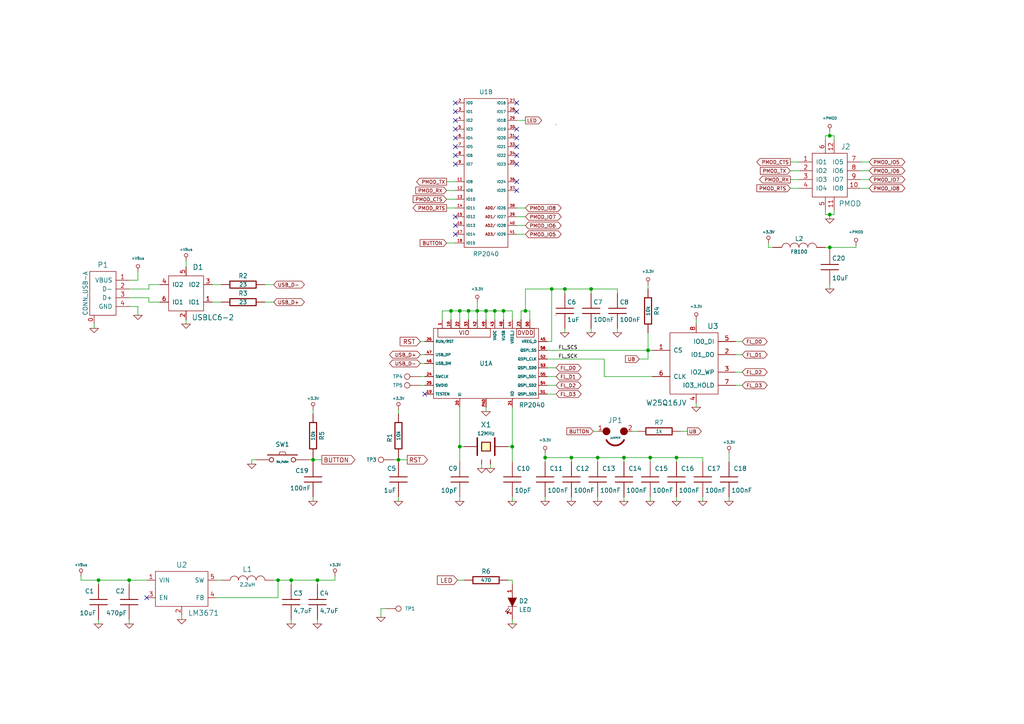
<source format=kicad_sch>
(kicad_sch (version 20211123) (generator eeschema)
  (paper "A4")
  (title_block (title "Cowstick RP2040") (date "2022-08-07") (rev "1") (company "Agilack") (comment 1 "License: CC-by-SA"))
  (lib_symbols
    (symbol "cowstick-rp:+3.3V" (power) (pin_names (offset 0))
      (property "Value" "+3.3V" (at 0 2.794 0))
      (symbol "+3.3V_0_0"
        (pin power_in line (at 0 0 90) (length 0) hide (name "+3.3V") (number "1"))
      )
      (symbol "+3.3V_0_1"
        (polyline (pts (xy 0 0) (xy 0 1.016) (xy 0 1.016)))
        (circle (center 0 1.524) (radius 0.508))
      )
    )
    (symbol "cowstick-rp:+PMOD" (power) (pin_names (offset 0))
      (property "Value" "+PMOD" (at 0 2.794 0))
      (symbol "+PMOD_0_0"
        (pin power_in line (at 0 0 90) (length 0) hide (name "+PMOD") (number "1"))
      )
      (symbol "+PMOD_0_1"
        (polyline (pts (xy 0 0) (xy 0 1.016) (xy 0 1.016)))
        (circle (center 0 1.524) (radius 0.508))
      )
    )
    (symbol "cowstick-rp:+VBus" (power) (pin_names (offset 0))
      (property "Value" "+VBus" (at 0 2.794 0))
      (symbol "+VBus_0_0"
        (pin power_in line (at 0 0 90) (length 0) hide (name "+VBus") (number "1"))
      )
      (symbol "+VBus_0_1"
        (polyline (pts (xy 0 0) (xy 0 1.016) (xy 0 1.016)))
        (circle (center 0 1.524) (radius 0.508))
      )
    )
    (symbol "cowstick-rp:C" (pin_numbers hide) (pin_names (offset 0.254))
      (property "Reference" "C" (at 1.27 2.54 0))
      (property "Value" "C" (at 1.27 -2.54 0))
      (symbol "C_0_1"
        (polyline (pts (xy -2.54 -0.762) (xy 2.54 -0.762)) (stroke (width 0.254)))
        (polyline (pts (xy -2.54 0.762) (xy 2.54 0.762)) (stroke (width 0.254)))
      )
      (symbol "C_1_1"
        (pin passive line (at 0 5.08 270) (length 4.318) (name "~") (number "1"))
        (pin passive line (at 0 -5.08 90) (length 4.318) (name "~") (number "2"))
      )
    )
    (symbol "cowstick-rp:CONN_1" (pin_numbers hide) (pin_names (offset 0.762) hide)
      (property "Reference" "P" (at 2.032 0 0))
      (symbol "CONN_1_0_1"
        (polyline (pts (xy -0.762 0) (xy -1.27 0)))
        (circle (center 0 0) (radius 0.7874))
      )
      (symbol "CONN_1_1_1"
        (pin passive line (at -3.81 0 0) (length 2.54) (name "1") (number "1"))
      )
    )
    (symbol "cowstick-rp:CONN_USB-A" (pin_names (offset 1.016))
      (property "Reference" "J" (at 1.27 -7.62 0))
      (property "Value" "CONN_USB-A" (at -6.35 0 90))
      (symbol "CONN_USB-A_0_1"
        (rectangle (start 3.81 -6.35) (end -3.81 6.35))
      )
      (symbol "CONN_USB-A_1_1"
        (pin passive line (at -2.54 -8.89 90) (length 2.54) (name "~") (number "0"))
        (pin power_out line (at 7.62 3.81 180) (length 3.81) (name "VBUS") (number "1"))
        (pin input line (at 7.62 1.27 180) (length 3.81) (name "D-") (number "2"))
        (pin input line (at 7.62 -1.27 180) (length 3.81) (name "D+") (number "3"))
        (pin power_out line (at 7.62 -3.81 180) (length 3.81) (name "GND") (number "4"))
      )
    )
    (symbol "cowstick-rp:CRYSTAL4" (pin_numbers hide) (pin_names (offset 1.016) hide)
      (property "Reference" "X" (at 0 6.35 0))
      (property "Value" "CRYSTAL4" (at 0 3.81 0))
      (symbol "CRYSTAL4_0_1"
        (polyline (pts (xy -2.54 2.54) (xy -2.54 -2.54)) (stroke (width 0.4064)))
        (polyline (pts (xy 2.54 2.54) (xy 2.54 -2.54)) (stroke (width 0.4064)))
        (polyline (pts (xy -1.27 1.27) (xy 1.27 1.27) (xy 1.27 -1.27) (xy -1.27 -1.27) (xy -1.27 1.27)) (stroke (width 0.3048)) (fill (type background)))
      )
      (symbol "CRYSTAL4_1_1"
        (pin passive line (at -6.35 0 0) (length 3.81) (name "1") (number "1"))
        (pin passive line (at -1.27 -5.08 90) (length 1.27) (name "2") (number "2"))
        (pin passive line (at 6.35 0 180) (length 3.81) (name "3") (number "3"))
        (pin passive line (at 1.27 -5.08 90) (length 1.27) (name "4") (number "4"))
      )
    )
    (symbol "cowstick-rp:GND" (power) (pin_names (offset 0))
      (symbol "GND_0_1"
        (polyline (pts (xy -1.27 0) (xy 0 -1.27) (xy 1.27 0) (xy -1.27 0)))
      )
      (symbol "GND_1_1"
        (pin power_in line (at 0 0 90) (length 0) hide (name "GND") (number "1"))
      )
    )
    (symbol "cowstick-rp:INDUCTOR" (pin_numbers hide) (pin_names (offset 1.016) hide)
      (property "Reference" "L" (at -1.27 0 90))
      (property "Value" "INDUCTOR" (at 2.54 0 90))
      (symbol "INDUCTOR_0_1"
        (arc (start 0.0254 -5.0546) (mid 1.2449 -3.8097) (end 0.0254 -2.54))
        (arc (start 0.0254 -2.5146) (mid 1.2703 -1.2444) (end 0.0254 0.0508))
        (arc (start 0.0254 0.0254) (mid 1.2703 1.2956) (end 0.0254 2.5908))
        (arc (start 0.0254 2.5654) (mid 1.1941 3.7595) (end 0.0254 4.9784))
      )
      (symbol "INDUCTOR_1_1"
        (pin passive line (at 0 7.62 270) (length 2.54) (name "1") (number "1"))
        (pin passive line (at 0 -7.62 90) (length 2.54) (name "2") (number "2"))
      )
    )
    (symbol "cowstick-rp:JUMPER" (pin_names (offset 1.016))
      (property "Reference" "P" (at 0 -2.54 0))
      (property "Value" "JUMPER" (at 0 5.08 0))
      (symbol "JUMPER_0_1"
        (circle (center -2.54 0) (radius 1) (stroke (width 0.254)) (fill (type outline)))
        (circle (center 2.54 0) (radius 1) (stroke (width 0.254)) (fill (type outline)))
        (arc (start 2.54 2.54) (mid 0 4.1098) (end -2.54 2.54) (stroke (width 0.508)))
      )
      (symbol "JUMPER_1_1"
        (pin bidirectional line (at -5.08 0 0) (length 1.5) (name "~") (number "1"))
        (pin bidirectional line (at 5.08 0 180) (length 1.5) (name "~") (number "2"))
      )
    )
    (symbol "cowstick-rp:LED" (pin_names (offset 1.016) hide)
      (property "Reference" "D" (at 0 2.54 0))
      (property "Value" "LED" (at 0 -2.54 0))
      (symbol "LED_0_1"
        (polyline (pts (xy 1.27 1.27) (xy 1.27 -1.27)))
        (polyline (pts (xy -1.27 1.27) (xy 1.27 0) (xy -1.27 -1.27)) (fill (type outline)))
        (polyline (pts (xy 1.651 -1.016) (xy 2.794 -2.032) (xy 2.667 -1.397)))
        (polyline (pts (xy 2.032 -0.635) (xy 3.175 -1.651) (xy 3.048 -1.016)))
      )
      (symbol "LED_1_1"
        (pin passive line (at -5.08 0 0) (length 3.81) (name "A") (number "1"))
        (pin passive line (at 5.08 0 180) (length 3.81) (name "K") (number "2"))
      )
    )
    (symbol "cowstick-rp:LM3671" (pin_names (offset 1.016))
      (property "Reference" "U" (at 0 0 0))
      (property "Value" "LM3671" (at 0 6.35 0))
      (symbol "LM3671_0_1"
        (rectangle (start -7.62 5.08) (end 7.62 -5.08))
      )
      (symbol "LM3671_1_1"
        (pin power_in line (at -10.16 2.54 0) (length 2.54) (name "VIN") (number "1"))
        (pin power_in line (at 0 -7.62 90) (length 2.54) (name "~") (number "2"))
        (pin input line (at -10.16 -2.54 0) (length 2.54) (name "EN") (number "3"))
        (pin input line (at 10.16 -2.54 180) (length 2.54) (name "FB") (number "4"))
        (pin power_out line (at 10.16 2.54 180) (length 2.54) (name "SW") (number "5"))
      )
    )
    (symbol "cowstick-rp:PMOD" (pin_names (offset 1.016))
      (property "Reference" "P" (at 5.08 7.62 0))
      (property "Value" "PMOD" (at 6.35 -7.62 0))
      (symbol "PMOD_0_1"
        (rectangle (start -5.08 6.35) (end 5.08 -6.35))
      )
      (symbol "PMOD_1_1"
        (pin bidirectional line (at -8.89 3.81 0) (length 3.81) (name "IO1") (number "1"))
        (pin bidirectional line (at 8.89 -3.81 180) (length 3.81) (name "IO8") (number "10"))
        (pin power_in line (at 1.27 -10.16 90) (length 3.81) (name "~") (number "11"))
        (pin power_in line (at 1.27 10.16 270) (length 3.81) (name "~") (number "12"))
        (pin bidirectional line (at -8.89 1.27 0) (length 3.81) (name "IO2") (number "2"))
        (pin bidirectional line (at -8.89 -1.27 0) (length 3.81) (name "IO3") (number "3"))
        (pin bidirectional line (at -8.89 -3.81 0) (length 3.81) (name "IO4") (number "4"))
        (pin power_in line (at -1.27 -10.16 90) (length 3.81) (name "~") (number "5"))
        (pin power_in line (at -1.27 10.16 270) (length 3.81) (name "~") (number "6"))
        (pin bidirectional line (at 8.89 3.81 180) (length 3.81) (name "IO5") (number "7"))
        (pin bidirectional line (at 8.89 1.27 180) (length 3.81) (name "IO6") (number "8"))
        (pin bidirectional line (at 8.89 -1.27 180) (length 3.81) (name "IO7") (number "9"))
      )
    )
    (symbol "cowstick-rp:R" (pin_numbers hide) (pin_names (offset 0))
      (property "Reference" "R" (at 2.032 0 90))
      (property "Value" "R" (at 0 0 90))
      (symbol "R_0_1"
        (rectangle (start -1.016 3.81) (end 1.016 -3.81) (stroke (width 0.3048)))
      )
      (symbol "R_1_1"
        (pin passive line (at 0 6.35 270) (length 2.54) (name "~") (number "1"))
        (pin passive line (at 0 -6.35 90) (length 2.54) (name "~") (number "2"))
      )
    )
    (symbol "cowstick-rp:RP2040"
      (property "Reference" "U" (at 0 -2.54 0))
      (property "Value" "RP2040" (at 0 0 0))
      (symbol "RP2040_0_0"
        (rectangle (start 20.32 13.97) (end 20.32 13.97))
        (rectangle (start 20.32 13.97) (end 20.32 13.97))
        (rectangle (start 20.32 13.97) (end 20.32 13.97))
      )
      (symbol "RP2040_1_1"
        (rectangle (start -15.24 10.16) (end 15.24 -10.16))
        (rectangle (start -13.97 10.16) (end 1.27 7.62))
        (rectangle (start 8.89 10.16) (end 13.97 7.62))
        (text "DVDD" (at 11.43 8.89 0) (effects (font (size 1.2 1.2))))
        (text "VIO" (at -6.35 8.89 0) (effects (font (size 1.27 1.27))))
        (pin power_in line (at -12.7 12.7 270) (length 2.54) (name "~") (number "1"))
        (pin power_in line (at -10.16 12.7 270) (length 2.54) (name "~") (number "10"))
        (pin input line (at -17.78 -8.89 0) (length 2.54) (name "TESTEN") (number "19"))
        (pin input line (at -7.62 -12.7 90) (length 2.54) (name "XI") (number "20"))
        (pin output line (at 7.62 -12.7 90) (length 2.54) (name "XO") (number "21"))
        (pin power_in line (at -7.62 12.7 270) (length 2.54) (name "~") (number "22"))
        (pin power_in line (at 10.16 12.7 270) (length 2.54) (name "~") (number "23"))
        (pin input line (at -17.78 -3.81 0) (length 2.54) (name "SWCLK") (number "24"))
        (pin bidirectional line (at -17.78 -6.35 0) (length 2.54) (name "SWDIO") (number "25"))
        (pin input line (at -17.78 6.35 0) (length 2.54) (name "RUN/RST") (number "26"))
        (pin power_in line (at -5.08 12.7 270) (length 2.54) (name "~") (number "33"))
        (pin power_in line (at -2.54 12.7 270) (length 2.54) (name "~") (number "42"))
        (pin power_in line (at 2.54 12.7 270) (length 2.54) (name "VADC") (number "43"))
        (pin power_in line (at 7.62 12.7 270) (length 2.54) (name "VREG_I") (number "44"))
        (pin power_out line (at 17.78 6.35 180) (length 2.54) (name "VREG_O") (number "45"))
        (pin bidirectional line (at -17.78 0 0) (length 2.54) (name "USB_DM") (number "46"))
        (pin bidirectional line (at -17.78 2.54 0) (length 2.54) (name "USB_DP") (number "47"))
        (pin power_in line (at 5.08 12.7 270) (length 2.54) (name "VUSB") (number "48"))
        (pin power_in line (at 0 12.7 270) (length 2.54) (name "~") (number "49"))
        (pin power_in line (at 12.7 12.7 270) (length 2.54) (name "~") (number "50"))
        (pin bidirectional line (at 17.78 -8.89 180) (length 2.54) (name "QSPI_SD3") (number "51"))
        (pin bidirectional line (at 17.78 1.27 180) (length 2.54) (name "QSPI_CLK") (number "52"))
        (pin bidirectional line (at 17.78 -1.27 180) (length 2.54) (name "QSPI_SD0") (number "53"))
        (pin bidirectional line (at 17.78 -6.35 180) (length 2.54) (name "QSPI_SD2") (number "54"))
        (pin bidirectional line (at 17.78 -3.81 180) (length 2.54) (name "QSPI_SD1") (number "55"))
        (pin bidirectional line (at 17.78 3.81 180) (length 2.54) (name "QSPI_SS") (number "56"))
        (pin power_in line (at 0 -12.7 90) (length 2.54) (name "~") (number "PAD"))
      )
      (symbol "RP2040_2_1"
        (rectangle (start -6.35 21.59) (end 6.35 -21.59))
        (text "AD0/" (at 1.27 -10.16 0) (effects (font (size 0.762 0.762))))
        (text "AD1/" (at 1.27 -12.7 0) (effects (font (size 0.762 0.762))))
        (text "AD2/" (at 1.27 -15.24 0) (effects (font (size 0.762 0.762))))
        (text "AD3/" (at 1.27 -17.78 0) (effects (font (size 0.762 0.762))))
        (pin bidirectional line (at -8.89 -2.54 0) (length 2.54) (name "IO8") (number "11"))
        (pin bidirectional line (at -8.89 -5.08 0) (length 2.54) (name "IO9") (number "12"))
        (pin bidirectional line (at -8.89 -7.62 0) (length 2.54) (name "IO10") (number "13"))
        (pin bidirectional line (at -8.89 -10.16 0) (length 2.54) (name "IO11") (number "14"))
        (pin bidirectional line (at -8.89 -12.7 0) (length 2.54) (name "IO12") (number "15"))
        (pin bidirectional line (at -8.89 -15.24 0) (length 2.54) (name "IO13") (number "16"))
        (pin bidirectional line (at -8.89 -17.78 0) (length 2.54) (name "IO14") (number "17"))
        (pin bidirectional line (at -8.89 -20.32 0) (length 2.54) (name "IO15") (number "18"))
        (pin bidirectional line (at -8.89 20.32 0) (length 2.54) (name "IO0") (number "2"))
        (pin bidirectional line (at 8.89 20.32 180) (length 2.54) (name "IO16") (number "27"))
        (pin bidirectional line (at 8.89 17.78 180) (length 2.54) (name "IO17") (number "28"))
        (pin bidirectional line (at 8.89 15.24 180) (length 2.54) (name "IO18") (number "29"))
        (pin bidirectional line (at -8.89 17.78 0) (length 2.54) (name "IO1") (number "3"))
        (pin bidirectional line (at 8.89 12.7 180) (length 2.54) (name "IO19") (number "30"))
        (pin bidirectional line (at 8.89 10.16 180) (length 2.54) (name "IO20") (number "31"))
        (pin bidirectional line (at 8.89 7.62 180) (length 2.54) (name "IO21") (number "32"))
        (pin bidirectional line (at 8.89 5.08 180) (length 2.54) (name "IO22") (number "34"))
        (pin bidirectional line (at 8.89 2.54 180) (length 2.54) (name "IO23") (number "35"))
        (pin bidirectional line (at 8.89 -2.54 180) (length 2.54) (name "IO24") (number "36"))
        (pin bidirectional line (at 8.89 -5.08 180) (length 2.54) (name "IO25") (number "37"))
        (pin bidirectional line (at 8.89 -10.16 180) (length 2.54) (name "IO26") (number "38"))
        (pin bidirectional line (at 8.89 -12.7 180) (length 2.54) (name "IO27") (number "39"))
        (pin bidirectional line (at -8.89 15.24 0) (length 2.54) (name "IO2") (number "4"))
        (pin bidirectional line (at 8.89 -15.24 180) (length 2.54) (name "IO28") (number "40"))
        (pin bidirectional line (at 8.89 -17.78 180) (length 2.54) (name "IO29") (number "41"))
        (pin bidirectional line (at -8.89 12.7 0) (length 2.54) (name "IO3") (number "5"))
        (pin bidirectional line (at -8.89 10.16 0) (length 2.54) (name "IO4") (number "6"))
        (pin bidirectional line (at -8.89 7.62 0) (length 2.54) (name "IO5") (number "7"))
        (pin bidirectional line (at -8.89 5.08 0) (length 2.54) (name "IO6") (number "8"))
        (pin bidirectional line (at -8.89 2.54 0) (length 2.54) (name "IO7") (number "9"))
      )
    )
    (symbol "cowstick-rp:SW_PUSH" (pin_numbers hide) (pin_names (offset 1.016) hide)
      (property "Reference" "SW" (at 3.81 2.794 0))
      (property "Value" "SW_PUSH" (at 0 -2.032 0))
      (symbol "SW_PUSH_0_1"
        (rectangle (start -4.318 1.27) (end 4.318 1.524))
        (polyline (pts (xy -1.016 1.524) (xy -0.762 2.286) (xy 0.762 2.286) (xy 1.016 1.524)))
        (pin passive inverted (at -7.62 0 0) (length 5.08) (name "1") (number "1"))
        (pin passive inverted (at 7.62 0 180) (length 5.08) (name "2") (number "2"))
      )
    )
    (symbol "cowstick-rp:USBLC6-2" (pin_names (offset 1.016))
      (property "Reference" "U" (at 3.81 6.35 0))
      (property "Value" "USBLC6-2" (at 8.89 -6.35 0))
      (symbol "USBLC6-2_0_1"
        (rectangle (start -5.08 5.08) (end 5.08 -5.08))
      )
      (symbol "USBLC6-2_1_0"
        (pin bidirectional line (at -7.62 -2.54 0) (length 2.54) (name "IO1") (number "1"))
        (pin power_in line (at 0 -7.62 90) (length 2.54) (name "~") (number "2"))
        (pin bidirectional line (at -7.62 2.54 0) (length 2.54) (name "IO2") (number "3"))
        (pin bidirectional line (at 7.62 2.54 180) (length 2.54) (name "IO2") (number "4"))
        (pin power_in line (at 0 7.62 270) (length 2.54) (name "~") (number "5"))
        (pin bidirectional line (at 7.62 -2.54 180) (length 2.54) (name "IO1") (number "6"))
      )
    )
    (symbol "cowstick-rp:W25Q16JV" (pin_names (offset 1.016))
      (property "Reference" "U" (at 3.81 10.16 0))
      (property "Value" "W25Q16JV" (at 7.62 -11.43 0))
      (symbol "W25Q16JV_0_1"
        (rectangle (start 6.35 8.89) (end -7.62 -8.89))
      )
      (symbol "W25Q16JV_1_1"
        (pin input line (at -12.7 3.81 0) (length 5.08) (name "CS") (number "1"))
        (pin bidirectional line (at 11.43 2.54 180) (length 5.08) (name "IO1_DO") (number "2"))
        (pin bidirectional line (at 11.43 -2.54 180) (length 5.08) (name "IO2_WP") (number "3"))
        (pin power_in line (at 0 -11.43 90) (length 2.54) (name "~") (number "4"))
        (pin bidirectional line (at 11.43 6.35 180) (length 5.08) (name "IO0_DI") (number "5"))
        (pin input line (at -12.7 -3.81 0) (length 5.08) (name "CLK") (number "6"))
        (pin bidirectional line (at 11.43 -6.35 180) (length 5.08) (name "IO3_HOLD") (number "7"))
        (pin power_in line (at 0 11.43 270) (length 2.54) (name "~") (number "8"))
      )
    )
  )
  (junction (at 135.89 90.17))
  (junction (at 130.81 90.17))
  (junction (at 240.665 71.755))
  (junction (at 146.05 90.17))
  (junction (at 165.735 132.715))
  (junction (at 143.51 90.17))
  (junction (at 28.575 168.275))
  (junction (at 160.02 83.82))
  (junction (at 152.4 90.17))
  (junction (at 187.96 101.6))
  (junction (at 115.57 133.35))
  (junction (at 133.35 90.17))
  (junction (at 37.465 168.275))
  (junction (at 90.805 133.35))
  (junction (at 138.43 90.17))
  (junction (at 171.45 83.82))
  (junction (at 158.115 132.715))
  (junction (at 148.59 129.54))
  (junction (at 84.455 168.275))
  (junction (at 173.355 132.715))
  (junction (at 180.975 132.715))
  (junction (at 196.215 132.715))
  (junction (at 133.35 129.54))
  (junction (at 140.97 90.17))
  (junction (at 80.645 168.275))
  (junction (at 92.075 168.275))
  (junction (at 188.595 132.715))
  (junction (at 163.83 83.82))
  (junction (at 240.665 39.37))
  (junction (at 240.665 62.23))
  (no_connect (at 149.86 37.465))
  (no_connect (at 149.86 40.005))
  (no_connect (at 132.08 62.865))
  (no_connect (at 132.08 65.405))
  (no_connect (at 132.08 67.945))
  (no_connect (at 149.86 55.245))
  (no_connect (at 132.08 47.625))
  (no_connect (at 132.08 45.085))
  (no_connect (at 132.08 42.545))
  (no_connect (at 132.08 40.005))
  (no_connect (at 132.08 37.465))
  (no_connect (at 132.08 34.925))
  (no_connect (at 132.08 32.385))
  (no_connect (at 132.08 29.845))
  (no_connect (at 149.86 42.545))
  (no_connect (at 149.86 45.085))
  (no_connect (at 149.86 47.625))
  (no_connect (at 149.86 52.705))
  (no_connect (at 149.86 29.845))
  (no_connect (at 149.86 32.385))
  (no_connect (at 123.19 114.3))
  (no_connect (at 42.545 173.355))
  (wire (pts (xy 158.75 99.06) (xy 160.02 99.06)))
  (wire (pts (xy 148.59 92.71) (xy 148.59 90.17)))
  (wire (pts (xy 80.645 168.275) (xy 79.375 168.275)))
  (wire (pts (xy 133.35 90.17) (xy 133.35 92.71)))
  (wire (pts (xy 158.75 109.22) (xy 161.29 109.22)))
  (wire (pts (xy 151.13 90.17) (xy 152.4 90.17)))
  (wire (pts (xy 90.805 132.715) (xy 90.805 133.35)))
  (wire (pts (xy 89.535 133.35) (xy 90.805 133.35)))
  (wire (pts (xy 158.75 101.6) (xy 187.96 101.6)))
  (wire (pts (xy 40.005 91.44) (xy 40.005 88.9)))
  (wire (pts (xy 165.735 132.715) (xy 165.735 133.985)))
  (wire (pts (xy 179.07 83.82) (xy 171.45 83.82)))
  (wire (pts (xy 62.865 173.355) (xy 80.645 173.355)))
  (wire (pts (xy 213.36 102.87) (xy 215.265 102.87)))
  (wire (pts (xy 92.075 168.275) (xy 97.155 168.275)))
  (wire (pts (xy 148.59 118.11) (xy 148.59 129.54)))
  (wire (pts (xy 138.43 87.63) (xy 138.43 90.17)))
  (wire (pts (xy 84.455 169.545) (xy 84.455 168.275)))
  (wire (pts (xy 90.805 144.145) (xy 90.805 145.415)))
  (wire (pts (xy 185.42 104.14) (xy 187.96 104.14)))
  (wire (pts (xy 196.215 133.985) (xy 196.215 132.715)))
  (wire (pts (xy 158.115 132.715) (xy 158.115 133.985)))
  (wire (pts (xy 183.515 125.095) (xy 184.785 125.095)))
  (wire (pts (xy 148.59 129.54) (xy 148.59 133.985)))
  (wire (pts (xy 115.57 133.35) (xy 115.57 133.985)))
  (wire (pts (xy 90.805 118.745) (xy 90.805 120.015)))
  (wire (pts (xy 61.595 87.63) (xy 64.135 87.63)))
  (wire (pts (xy 28.575 179.705) (xy 28.575 180.975)))
  (wire (pts (xy 148.59 168.275) (xy 148.59 169.545)))
  (wire (pts (xy 129.54 57.785) (xy 132.08 57.785)))
  (wire (pts (xy 37.465 179.705) (xy 37.465 180.975)))
  (wire (pts (xy 53.975 75.565) (xy 53.975 77.47)))
  (wire (pts (xy 248.285 71.12) (xy 248.285 71.755)))
  (wire (pts (xy 133.35 129.54) (xy 134.62 129.54)))
  (wire (pts (xy 121.92 105.41) (xy 123.19 105.41)))
  (wire (pts (xy 152.4 90.17) (xy 153.67 90.17)))
  (wire (pts (xy 196.215 132.715) (xy 188.595 132.715)))
  (wire (pts (xy 203.835 132.715) (xy 203.835 133.985)))
  (wire (pts (xy 211.455 131.445) (xy 211.455 133.985)))
  (wire (pts (xy 84.455 179.705) (xy 84.455 180.975)))
  (wire (pts (xy 213.36 99.06) (xy 215.265 99.06)))
  (wire (pts (xy 27.305 93.98) (xy 27.305 95.25)))
  (wire (pts (xy 80.645 173.355) (xy 80.645 168.275)))
  (wire (pts (xy 173.355 144.145) (xy 173.355 145.415)))
  (wire (pts (xy 147.32 168.275) (xy 148.59 168.275)))
  (wire (pts (xy 149.86 65.405) (xy 152.4 65.405)))
  (wire (pts (xy 188.595 132.715) (xy 188.595 133.985)))
  (wire (pts (xy 160.02 83.82) (xy 160.02 99.06)))
  (wire (pts (xy 121.92 111.76) (xy 123.19 111.76)))
  (wire (pts (xy 175.26 109.22) (xy 189.23 109.22)))
  (wire (pts (xy 180.975 132.715) (xy 188.595 132.715)))
  (wire (pts (xy 148.59 144.145) (xy 148.59 145.415)))
  (wire (pts (xy 239.395 39.37) (xy 239.395 40.64)))
  (wire (pts (xy 173.355 132.715) (xy 173.355 133.985)))
  (wire (pts (xy 139.7 134.62) (xy 139.7 135.89)))
  (wire (pts (xy 28.575 168.275) (xy 28.575 169.545)))
  (wire (pts (xy 121.92 109.22) (xy 123.19 109.22)))
  (wire (pts (xy 115.57 144.145) (xy 115.57 145.415)))
  (wire (pts (xy 90.805 133.35) (xy 93.345 133.35)))
  (wire (pts (xy 40.005 81.28) (xy 37.465 81.28)))
  (wire (pts (xy 149.86 62.865) (xy 152.4 62.865)))
  (wire (pts (xy 40.005 88.9) (xy 37.465 88.9)))
  (wire (pts (xy 142.24 134.62) (xy 142.24 135.89)))
  (wire (pts (xy 163.83 83.82) (xy 160.02 83.82)))
  (wire (pts (xy 129.54 60.325) (xy 132.08 60.325)))
  (wire (pts (xy 172.085 125.095) (xy 173.355 125.095)))
  (wire (pts (xy 179.07 95.25) (xy 179.07 96.52)))
  (wire (pts (xy 52.705 178.435) (xy 52.705 179.705)))
  (wire (pts (xy 37.465 86.36) (xy 43.18 86.36)))
  (wire (pts (xy 43.18 87.63) (xy 46.355 87.63)))
  (wire (pts (xy 196.215 144.145) (xy 196.215 145.415)))
  (wire (pts (xy 148.59 129.54) (xy 147.32 129.54)))
  (wire (pts (xy 133.35 129.54) (xy 133.35 133.985)))
  (wire (pts (xy 133.35 144.145) (xy 133.35 145.415)))
  (wire (pts (xy 211.455 144.145) (xy 211.455 145.415)))
  (wire (pts (xy 42.545 168.275) (xy 37.465 168.275)))
  (wire (pts (xy 249.555 54.61) (xy 252.095 54.61)))
  (wire (pts (xy 115.57 132.715) (xy 115.57 133.35)))
  (wire (pts (xy 158.115 131.445) (xy 158.115 132.715)))
  (wire (pts (xy 140.97 118.11) (xy 140.97 119.38)))
  (wire (pts (xy 248.285 71.755) (xy 240.665 71.755)))
  (wire (pts (xy 240.665 62.23) (xy 241.935 62.23)))
  (wire (pts (xy 158.75 106.68) (xy 161.29 106.68)))
  (wire (pts (xy 229.235 46.99) (xy 231.775 46.99)))
  (wire (pts (xy 241.935 62.23) (xy 241.935 60.96)))
  (wire (pts (xy 249.555 49.53) (xy 252.095 49.53)))
  (wire (pts (xy 152.4 83.82) (xy 152.4 90.17)))
  (wire (pts (xy 92.075 168.275) (xy 92.075 169.545)))
  (wire (pts (xy 40.005 78.74) (xy 40.005 81.28)))
  (wire (pts (xy 240.665 71.755) (xy 240.665 72.39)))
  (wire (pts (xy 180.975 144.145) (xy 180.975 145.415)))
  (wire (pts (xy 138.43 90.17) (xy 135.89 90.17)))
  (wire (pts (xy 118.11 133.35) (xy 115.57 133.35)))
  (wire (pts (xy 110.49 176.53) (xy 111.76 176.53)))
  (wire (pts (xy 187.96 82.55) (xy 187.96 83.82)))
  (wire (pts (xy 229.235 49.53) (xy 231.775 49.53)))
  (wire (pts (xy 43.18 82.55) (xy 46.355 82.55)))
  (wire (pts (xy 135.89 90.17) (xy 135.89 92.71)))
  (wire (pts (xy 73.025 134.62) (xy 73.025 133.35)))
  (wire (pts (xy 240.665 39.37) (xy 241.935 39.37)))
  (wire (pts (xy 43.18 86.36) (xy 43.18 87.63)))
  (wire (pts (xy 213.36 107.95) (xy 215.265 107.95)))
  (wire (pts (xy 143.51 90.17) (xy 140.97 90.17)))
  (wire (pts (xy 115.57 118.745) (xy 115.57 120.015)))
  (wire (pts (xy 62.865 168.275) (xy 64.135 168.275)))
  (wire (pts (xy 143.51 90.17) (xy 143.51 92.71)))
  (wire (pts (xy 133.35 118.11) (xy 133.35 129.54)))
  (wire (pts (xy 201.93 92.71) (xy 201.93 93.98)))
  (wire (pts (xy 149.86 34.925) (xy 152.4 34.925)))
  (wire (pts (xy 76.835 87.63) (xy 79.375 87.63)))
  (wire (pts (xy 149.86 67.945) (xy 152.4 67.945)))
  (wire (pts (xy 187.96 96.52) (xy 187.96 101.6)))
  (wire (pts (xy 163.83 95.25) (xy 163.83 96.52)))
  (wire (pts (xy 37.465 168.275) (xy 37.465 169.545)))
  (wire (pts (xy 121.92 102.87) (xy 123.19 102.87)))
  (wire (pts (xy 175.26 104.14) (xy 175.26 109.22)))
  (wire (pts (xy 229.235 54.61) (xy 231.775 54.61)))
  (wire (pts (xy 158.75 111.76) (xy 161.29 111.76)))
  (wire (pts (xy 240.665 62.23) (xy 239.395 62.23)))
  (wire (pts (xy 171.45 83.82) (xy 171.45 85.09)))
  (wire (pts (xy 165.735 144.145) (xy 165.735 145.415)))
  (wire (pts (xy 92.075 179.705) (xy 92.075 180.975)))
  (wire (pts (xy 197.485 125.095) (xy 199.39 125.095)))
  (wire (pts (xy 130.81 90.17) (xy 130.81 92.71)))
  (wire (pts (xy 213.36 111.76) (xy 215.265 111.76)))
  (wire (pts (xy 240.665 63.5) (xy 240.665 62.23)))
  (wire (pts (xy 140.97 90.17) (xy 138.43 90.17)))
  (wire (pts (xy 129.54 70.485) (xy 132.08 70.485)))
  (wire (pts (xy 188.595 144.145) (xy 188.595 145.415)))
  (wire (pts (xy 160.02 83.82) (xy 152.4 83.82)))
  (wire (pts (xy 129.54 55.245) (xy 132.08 55.245)))
  (wire (pts (xy 229.235 52.07) (xy 231.775 52.07)))
  (wire (pts (xy 23.495 167.005) (xy 23.495 168.275)))
  (wire (pts (xy 249.555 52.07) (xy 252.095 52.07)))
  (wire (pts (xy 171.45 95.25) (xy 171.45 96.52)))
  (wire (pts (xy 61.595 82.55) (xy 64.135 82.55)))
  (wire (pts (xy 239.395 71.755) (xy 240.665 71.755)))
  (wire (pts (xy 158.75 104.14) (xy 175.26 104.14)))
  (wire (pts (xy 239.395 39.37) (xy 240.665 39.37)))
  (wire (pts (xy 146.05 90.17) (xy 146.05 92.71)))
  (wire (pts (xy 239.395 62.23) (xy 239.395 60.96)))
  (wire (pts (xy 135.89 90.17) (xy 133.35 90.17)))
  (wire (pts (xy 241.935 39.37) (xy 241.935 40.64)))
  (wire (pts (xy 23.495 168.275) (xy 28.575 168.275)))
  (wire (pts (xy 148.59 90.17) (xy 146.05 90.17)))
  (wire (pts (xy 132.715 168.275) (xy 134.62 168.275)))
  (wire (pts (xy 149.86 60.325) (xy 152.4 60.325)))
  (wire (pts (xy 180.975 132.715) (xy 180.975 133.985)))
  (wire (pts (xy 140.97 90.17) (xy 140.97 92.71)))
  (wire (pts (xy 148.59 179.705) (xy 148.59 180.975)))
  (wire (pts (xy 201.93 116.84) (xy 201.93 118.11)))
  (wire (pts (xy 53.975 92.71) (xy 53.975 93.98)))
  (wire (pts (xy 158.115 144.145) (xy 158.115 145.415)))
  (wire (pts (xy 240.665 38.1) (xy 240.665 39.37)))
  (wire (pts (xy 165.735 132.715) (xy 173.355 132.715)))
  (wire (pts (xy 158.115 132.715) (xy 165.735 132.715)))
  (wire (pts (xy 158.75 114.3) (xy 161.29 114.3)))
  (wire (pts (xy 224.155 71.755) (xy 222.885 71.755)))
  (wire (pts (xy 73.025 133.35) (xy 74.295 133.35)))
  (wire (pts (xy 121.92 99.06) (xy 123.19 99.06)))
  (wire (pts (xy 153.67 90.17) (xy 153.67 92.71)))
  (wire (pts (xy 138.43 90.17) (xy 138.43 92.71)))
  (wire (pts (xy 187.96 104.14) (xy 187.96 101.6)))
  (wire (pts (xy 76.835 82.55) (xy 79.375 82.55)))
  (wire (pts (xy 43.18 83.82) (xy 43.18 82.55)))
  (wire (pts (xy 196.215 132.715) (xy 203.835 132.715)))
  (wire (pts (xy 163.83 85.09) (xy 163.83 83.82)))
  (wire (pts (xy 151.13 92.71) (xy 151.13 90.17)))
  (wire (pts (xy 187.96 101.6) (xy 189.23 101.6)))
  (wire (pts (xy 240.665 82.55) (xy 240.665 83.82)))
  (wire (pts (xy 80.645 168.275) (xy 84.455 168.275)))
  (wire (pts (xy 129.54 52.705) (xy 132.08 52.705)))
  (wire (pts (xy 179.07 85.09) (xy 179.07 83.82)))
  (wire (pts (xy 28.575 168.275) (xy 37.465 168.275)))
  (wire (pts (xy 133.35 90.17) (xy 130.81 90.17)))
  (wire (pts (xy 90.805 133.35) (xy 90.805 133.985)))
  (wire (pts (xy 114.3 133.35) (xy 115.57 133.35)))
  (wire (pts (xy 249.555 46.99) (xy 252.095 46.99)))
  (wire (pts (xy 173.355 132.715) (xy 180.975 132.715)))
  (wire (pts (xy 130.81 90.17) (xy 128.27 90.17)))
  (wire (pts (xy 171.45 83.82) (xy 163.83 83.82)))
  (wire (pts (xy 203.835 144.145) (xy 203.835 145.415)))
  (wire (pts (xy 37.465 83.82) (xy 43.18 83.82)))
  (wire (pts (xy 128.27 90.17) (xy 128.27 92.71)))
  (wire (pts (xy 84.455 168.275) (xy 92.075 168.275)))
  (wire (pts (xy 146.05 90.17) (xy 143.51 90.17)))
  (wire (pts (xy 97.155 167.005) (xy 97.155 168.275)))
  (wire (pts (xy 222.885 70.485) (xy 222.885 71.755)))
  (wire (pts (xy 110.49 179.07) (xy 110.49 176.53)))
  (label "FL_SCK" (at 161.925 104.14 0) (effects (font (size 1.016 1.016))))
  (label "FL_SCS" (at 161.925 101.6 0) (effects (font (size 1.016 1.016))))
  (global_label "LED" (shape output) (at 152.4 34.925 0) (effects (font (size 1.016 1.016))) (property "Références Inter-Feuilles" "${INTERSHEET_REFS}" (effects hide)))
  (global_label "USB_D+" (shape bidirectional) (at 79.375 87.63 0) (effects (font (size 1.016 1.016))) (property "Références Inter-Feuilles" "${INTERSHEET_REFS}" (effects hide)))
  (global_label "PMOD_RX" (shape input) (at 129.54 55.245 180) (effects (font (size 1.016 1.016))) (property "Références Inter-Feuilles" "${INTERSHEET_REFS}" (effects hide)))
  (global_label "USB_D-" (shape bidirectional) (at 79.375 82.55 0) (effects (font (size 1.016 1.016))) (property "Références Inter-Feuilles" "${INTERSHEET_REFS}" (effects hide)))
  (global_label "FL_D1" (shape bidirectional) (at 161.29 109.22 0) (effects (font (size 1.016 1.016))) (property "Références Inter-Feuilles" "${INTERSHEET_REFS}" (effects hide)))
  (global_label "PMOD_IO6" (shape bidirectional) (at 152.4 65.405 0) (effects (font (size 1.016 1.016))) (property "Références Inter-Feuilles" "${INTERSHEET_REFS}" (effects hide)))
  (global_label "PMOD_IO7" (shape bidirectional) (at 252.095 52.07 0) (effects (font (size 1.016 1.016))) (property "Références Inter-Feuilles" "${INTERSHEET_REFS}" (effects hide)))
  (global_label "PMOD_RX" (shape output) (at 229.235 52.07 180) (effects (font (size 1.016 1.016))) (property "Références Inter-Feuilles" "${INTERSHEET_REFS}" (effects hide)))
  (global_label "UB" (shape output) (at 199.39 125.095 0) (effects (font (size 1.016 1.016))) (property "Références Inter-Feuilles" "${INTERSHEET_REFS}" (effects hide)))
  (global_label "UB" (shape input) (at 185.42 104.14 180) (effects (font (size 1.016 1.016))) (property "Références Inter-Feuilles" "${INTERSHEET_REFS}" (effects hide)))
  (global_label "PMOD_IO7" (shape bidirectional) (at 152.4 62.865 0) (effects (font (size 1.016 1.016))) (property "Références Inter-Feuilles" "${INTERSHEET_REFS}" (effects hide)))
  (global_label "PMOD_RTS" (shape output) (at 129.54 60.325 180) (effects (font (size 1.016 1.016))) (property "Références Inter-Feuilles" "${INTERSHEET_REFS}" (effects hide)))
  (global_label "FL_D0" (shape bidirectional) (at 161.29 106.68 0) (effects (font (size 1.016 1.016))) (property "Références Inter-Feuilles" "${INTERSHEET_REFS}" (effects hide)))
  (global_label "FL_D2" (shape bidirectional) (at 215.265 107.95 0) (effects (font (size 1.016 1.016))) (property "Références Inter-Feuilles" "${INTERSHEET_REFS}" (effects hide)))
  (global_label "USB_D-" (shape bidirectional) (at 121.92 105.41 180) (effects (font (size 1.016 1.016))) (property "Références Inter-Feuilles" "${INTERSHEET_REFS}" (effects hide)))
  (global_label "PMOD_IO8" (shape bidirectional) (at 152.4 60.325 0) (effects (font (size 1.016 1.016))) (property "Références Inter-Feuilles" "${INTERSHEET_REFS}" (effects hide)))
  (global_label "PMOD_TX" (shape output) (at 129.54 52.705 180) (effects (font (size 1.016 1.016))) (property "Références Inter-Feuilles" "${INTERSHEET_REFS}" (effects hide)))
  (global_label "PMOD_IO8" (shape bidirectional) (at 252.095 54.61 0) (effects (font (size 1.016 1.016))) (property "Références Inter-Feuilles" "${INTERSHEET_REFS}" (effects hide)))
  (global_label "PMOD_IO6" (shape bidirectional) (at 252.095 49.53 0) (effects (font (size 1.016 1.016))) (property "Références Inter-Feuilles" "${INTERSHEET_REFS}" (effects hide)))
  (global_label "PMOD_CTS" (shape input) (at 129.54 57.785 180) (effects (font (size 1.016 1.016))) (property "Références Inter-Feuilles" "${INTERSHEET_REFS}" (effects hide)))
  (global_label "FL_D2" (shape bidirectional) (at 161.29 111.76 0) (effects (font (size 1.016 1.016))) (property "Références Inter-Feuilles" "${INTERSHEET_REFS}" (effects hide)))
  (global_label "FL_D3" (shape bidirectional) (at 161.29 114.3 0) (effects (font (size 1.016 1.016))) (property "Références Inter-Feuilles" "${INTERSHEET_REFS}" (effects hide)))
  (global_label "PMOD_IO5" (shape bidirectional) (at 252.095 46.99 0) (effects (font (size 1.016 1.016))) (property "Références Inter-Feuilles" "${INTERSHEET_REFS}" (effects hide)))
  (global_label "BUTTON" (shape output) (at 93.345 133.35 0) (property "Références Inter-Feuilles" "${INTERSHEET_REFS}" (effects hide)))
  (global_label "PMOD_RTS" (shape input) (at 229.235 54.61 180) (effects (font (size 1.016 1.016))) (property "Références Inter-Feuilles" "${INTERSHEET_REFS}" (effects hide)))
  (global_label "PMOD_IO5" (shape bidirectional) (at 152.4 67.945 0) (effects (font (size 1.016 1.016))) (property "Références Inter-Feuilles" "${INTERSHEET_REFS}" (effects hide)))
  (global_label "FL_D3" (shape bidirectional) (at 215.265 111.76 0) (effects (font (size 1.016 1.016))) (property "Références Inter-Feuilles" "${INTERSHEET_REFS}" (effects hide)))
  (global_label "PMOD_CTS" (shape output) (at 229.235 46.99 180) (effects (font (size 1.016 1.016))) (property "Références Inter-Feuilles" "${INTERSHEET_REFS}" (effects hide)))
  (global_label "BUTTON" (shape input) (at 172.085 125.095 180) (effects (font (size 1.016 1.016))) (property "Références Inter-Feuilles" "${INTERSHEET_REFS}" (effects hide)))
  (global_label "RST" (shape input) (at 121.92 99.06 180) (property "Références Inter-Feuilles" "${INTERSHEET_REFS}" (effects hide)))
  (global_label "FL_D0" (shape bidirectional) (at 215.265 99.06 0) (effects (font (size 1.016 1.016))) (property "Références Inter-Feuilles" "${INTERSHEET_REFS}" (effects hide)))
  (global_label "FL_D1" (shape bidirectional) (at 215.265 102.87 0) (effects (font (size 1.016 1.016))) (property "Références Inter-Feuilles" "${INTERSHEET_REFS}" (effects hide)))
  (global_label "BUTTON" (shape input) (at 129.54 70.485 180) (effects (font (size 1.016 1.016))) (property "Références Inter-Feuilles" "${INTERSHEET_REFS}" (effects hide)))
  (global_label "PMOD_TX" (shape input) (at 229.235 49.53 180) (effects (font (size 1.016 1.016))) (property "Références Inter-Feuilles" "${INTERSHEET_REFS}" (effects hide)))
  (global_label "USB_D+" (shape bidirectional) (at 121.92 102.87 180) (effects (font (size 1.016 1.016))) (property "Références Inter-Feuilles" "${INTERSHEET_REFS}" (effects hide)))
  (global_label "LED" (shape input) (at 132.715 168.275 180) (property "Références Inter-Feuilles" "${INTERSHEET_REFS}" (effects hide)))
  (global_label "RST" (shape output) (at 118.11 133.35 0) (property "Références Inter-Feuilles" "${INTERSHEET_REFS}" (effects hide)))
  (symbol (lib_id "cowstick-rp:C") (at 115.57 139.065 0) (unit 1)
    (property "Reference" "C5" (at 114.935 135.89 0) (effects (justify right)))
    (property "Value" "1uF" (at 114.935 142.24 0) (effects (justify right)))
    (property "Footprint" "cowstick-rp:SMD0603" (effects hide))
  )
  (symbol (lib_id "cowstick-rp:CONN_1") (at 115.57 176.53 0) (unit 1)
    (property "Reference" "TP1" (at 117.475 176.53 0) (effects (font (size 1.016 1.016)) (justify left)))
    (property "Value" "CONN_1" (effects hide))
    (property "Footprint" "cowstick-rp:TP_SMD" (effects hide))
  )
  (symbol (lib_id "cowstick-rp:GND") (at 140.97 119.38 0) (unit 1)
    (property "Reference" "#PWR0114" (effects hide))
    (property "Value" "GND" (effects hide))
  )
  (symbol (lib_id "cowstick-rp:USBLC6-2") (at 53.975 85.09 0) (mirror y) (unit 1)
    (property "Reference" "D1" (at 59.055 77.47 0) (effects (font (size 1.524 1.524)) (justify left)))
    (property "Value" "USBLC6-2" (at 67.945 92.075 0) (effects (font (size 1.524 1.524)) (justify left)))
    (property "Footprint" "cowstick-rp:SOT23-6" (effects hide))
  )
  (symbol (lib_id "cowstick-rp:C") (at 163.83 90.17 0) (unit 1)
    (property "Reference" "C6" (at 164.465 87.63 0) (effects (justify left)))
    (property "Value" "1uF" (at 164.465 92.71 0) (effects (justify left)))
    (property "Footprint" "cowstick-rp:SMD0603" (effects hide))
  )
  (symbol (lib_id "cowstick-rp:PMOD") (at 240.665 50.8 0) (unit 1)
    (property "Reference" "J2" (at 243.84 42.545 0) (effects (font (size 1.524 1.524)) (justify left)))
    (property "Value" "PMOD" (at 243.205 59.055 0) (effects (font (size 1.524 1.524)) (justify left)))
    (property "Footprint" "cowstick-rp:PMOD_SSW106-RA" (effects hide))
  )
  (symbol (lib_id "cowstick-rp:+3.3V") (at 90.805 118.745 0) (unit 1)
    (property "Reference" "#PWR0139" (effects hide))
    (property "Value" "+3.3V" (at 90.805 115.57 0) (effects (font (size 0.762 0.762))))
  )
  (symbol (lib_id "cowstick-rp:CONN_1") (at 118.11 111.76 180) (unit 1)
    (property "Reference" "TP5" (at 116.84 111.76 0) (effects (font (size 1.016 1.016)) (justify left)))
    (property "Value" "CONN_1" (effects hide))
    (property "Footprint" "cowstick-rp:TP_SMD" (effects hide))
  )
  (symbol (lib_id "cowstick-rp:+VBus") (at 23.495 167.005 0) (unit 1)
    (property "Reference" "#PWR0106" (effects hide))
    (property "Value" "+VBus" (at 23.495 163.83 0) (effects (font (size 0.762 0.762))))
  )
  (symbol (lib_id "cowstick-rp:GND") (at 115.57 145.415 0) (unit 1)
    (property "Reference" "#PWR0131" (effects hide))
    (property "Value" "GND" (effects hide))
  )
  (symbol (lib_id "cowstick-rp:GND") (at 110.49 179.07 0) (unit 1)
    (property "Reference" "#PWR0146" (effects hide))
    (property "Value" "GND" (effects hide))
  )
  (symbol (lib_id "cowstick-rp:LM3671") (at 52.705 170.815 0) (unit 1)
    (property "Reference" "U2" (at 52.705 163.83 0) (effects (font (size 1.524 1.524))))
    (property "Value" "LM3671" (at 59.055 177.8 0) (effects (font (size 1.524 1.524))))
    (property "Footprint" "cowstick-rp:SOT23-5" (effects hide))
  )
  (symbol (lib_id "cowstick-rp:GND") (at 148.59 180.975 0) (unit 1)
    (property "Reference" "#PWR0144" (effects hide))
    (property "Value" "GND" (effects hide))
  )
  (symbol (lib_id "cowstick-rp:+3.3V") (at 158.115 131.445 0) (unit 1)
    (property "Reference" "#PWR0119" (effects hide))
    (property "Value" "+3.3V" (at 158.115 127.635 0) (effects (font (size 0.762 0.762))))
  )
  (symbol (lib_id "cowstick-rp:GND") (at 28.575 180.975 0) (unit 1)
    (property "Reference" "#PWR0107" (effects hide))
    (property "Value" "GND" (effects hide))
  )
  (symbol (lib_id "cowstick-rp:LED") (at 148.59 174.625 270) (unit 1)
    (property "Reference" "D2" (at 150.495 174.3074 90) (effects (justify left)))
    (property "Value" "LED" (at 150.495 176.8474 90) (effects (justify left)))
    (property "Footprint" "cowstick-rp:SMD0805" (effects hide))
  )
  (symbol (lib_id "cowstick-rp:GND") (at 201.93 118.11 0) (unit 1)
    (property "Reference" "#PWR0132" (effects hide))
    (property "Value" "GND" (effects hide))
  )
  (symbol (lib_id "cowstick-rp:GND") (at 211.455 145.415 0) (unit 1)
    (property "Reference" "#PWR0134" (effects hide))
    (property "Value" "GND" (effects hide))
  )
  (symbol (lib_id "cowstick-rp:GND") (at 180.975 145.415 0) (unit 1)
    (property "Reference" "#PWR0125" (effects hide))
    (property "Value" "GND" (effects hide))
  )
  (symbol (lib_id "cowstick-rp:C") (at 171.45 90.17 0) (unit 1)
    (property "Reference" "C7" (at 172.085 87.63 0) (effects (justify left)))
    (property "Value" "100nF" (at 172.085 92.71 0) (effects (justify left)))
    (property "Footprint" "cowstick-rp:SMD0603" (effects hide))
  )
  (symbol (lib_id "cowstick-rp:C") (at 211.455 139.065 0) (unit 1)
    (property "Reference" "C18" (at 212.725 135.89 0) (effects (justify left)))
    (property "Value" "100nF" (at 212.09 142.24 0) (effects (justify left)))
    (property "Footprint" "cowstick-rp:SMD0603" (effects hide))
  )
  (symbol (lib_id "cowstick-rp:GND") (at 73.025 134.62 0) (unit 1)
    (property "Reference" "#PWR0138" (effects hide))
    (property "Value" "GND" (effects hide))
  )
  (symbol (lib_id "cowstick-rp:CONN_USB-A") (at 29.845 85.09 0) (unit 1)
    (property "Reference" "P1" (at 29.845 76.835 0) (effects (font (size 1.524 1.524))))
    (property "Value" "CONN_USB-A" (at 24.765 85.09 90))
    (property "Footprint" "cowstick-rp:CONN_MC32604" (effects hide))
  )
  (symbol (lib_id "cowstick-rp:CONN_1") (at 110.49 133.35 180) (unit 1)
    (property "Reference" "TP3" (at 109.22 133.35 0) (effects (font (size 1.016 1.016)) (justify left)))
    (property "Value" "CONN_1" (effects hide))
    (property "Footprint" "cowstick-rp:TP_SMD" (effects hide))
  )
  (symbol (lib_id "cowstick-rp:INDUCTOR") (at 231.775 71.755 90) (unit 1)
    (property "Reference" "L2" (at 231.775 69.215 90))
    (property "Value" "FB100" (at 231.775 73.025 90) (effects (font (size 1.016 1.016))))
    (property "Footprint" "cowstick-rp:SMD0603" (effects hide))
  )
  (symbol (lib_id "cowstick-rp:CONN_1") (at 118.11 109.22 180) (unit 1)
    (property "Reference" "TP4" (at 116.84 109.22 0) (effects (font (size 1.016 1.016)) (justify left)))
    (property "Value" "CONN_1" (effects hide))
    (property "Footprint" "cowstick-rp:TP_SMD" (effects hide))
  )
  (symbol (lib_id "cowstick-rp:+VBus") (at 53.975 75.565 0) (unit 1)
    (property "Reference" "#PWR0137" (effects hide))
    (property "Value" "+VBus" (at 53.975 72.39 0) (effects (font (size 0.762 0.762))))
  )
  (symbol (lib_id "cowstick-rp:C") (at 196.215 139.065 0) (unit 1)
    (property "Reference" "C16" (at 197.485 135.89 0) (effects (justify left)))
    (property "Value" "100nF" (at 196.85 142.24 0) (effects (justify left)))
    (property "Footprint" "cowstick-rp:SMD0603" (effects hide))
  )
  (symbol (lib_id "cowstick-rp:CRYSTAL4") (at 140.97 129.54 0) (unit 1)
    (property "Reference" "X1" (at 140.97 123.19 0) (effects (font (size 1.524 1.524))))
    (property "Value" "12MHz" (at 140.97 125.73 0) (effects (font (size 1.016 1.016))))
    (property "Footprint" "cowstick-rp:Q_3.2x2.5" (effects hide))
  )
  (symbol (lib_id "cowstick-rp:GND") (at 27.305 95.25 0) (unit 1)
    (property "Reference" "#PWR0102" (effects hide))
    (property "Value" "GND" (effects hide))
  )
  (symbol (lib_id "cowstick-rp:GND") (at 163.83 96.52 0) (unit 1)
    (property "Reference" "#PWR0113" (effects hide))
    (property "Value" "GND" (effects hide))
  )
  (symbol (lib_id "cowstick-rp:C") (at 180.975 139.065 0) (unit 1)
    (property "Reference" "C14" (at 182.245 135.89 0) (effects (justify left)))
    (property "Value" "100nF" (at 181.61 142.24 0) (effects (justify left)))
    (property "Footprint" "cowstick-rp:SMD0603" (effects hide))
  )
  (symbol (lib_id "cowstick-rp:GND") (at 142.24 135.89 0) (unit 1)
    (property "Reference" "#PWR0117" (effects hide))
    (property "Value" "GND" (effects hide))
  )
  (symbol (lib_id "cowstick-rp:C") (at 92.075 174.625 0) (unit 1)
    (property "Reference" "C4" (at 92.71 172.085 0) (effects (justify left)))
    (property "Value" "4,7uF" (at 92.71 177.165 0) (effects (justify left)))
    (property "Footprint" "cowstick-rp:SMD0805" (effects hide))
  )
  (symbol (lib_id "cowstick-rp:R") (at 191.135 125.095 90) (unit 1)
    (property "Reference" "R7" (at 191.135 122.555 90))
    (property "Value" "1k" (at 191.135 125.095 90) (effects (font (size 1.016 1.016))))
    (property "Footprint" "cowstick-rp:SMD0603" (effects hide))
  )
  (symbol (lib_id "cowstick-rp:GND") (at 92.075 180.975 0) (unit 1)
    (property "Reference" "#PWR0112" (effects hide))
    (property "Value" "GND" (effects hide))
  )
  (symbol (lib_id "cowstick-rp:C") (at 240.665 77.47 0) (unit 1)
    (property "Reference" "C20" (at 241.3 74.93 0) (effects (justify left)))
    (property "Value" "10uF" (at 241.3 80.645 0) (effects (justify left)))
    (property "Footprint" "cowstick-rp:SMD0805" (effects hide))
  )
  (symbol (lib_id "cowstick-rp:+3.3V") (at 115.57 118.745 0) (unit 1)
    (property "Reference" "#PWR0130" (effects hide))
    (property "Value" "+3.3V" (at 115.57 115.57 0) (effects (font (size 0.762 0.762))))
  )
  (symbol (lib_id "cowstick-rp:+3.3V") (at 97.155 167.005 0) (unit 1)
    (property "Reference" "#PWR0108" (effects hide))
    (property "Value" "+3.3V" (at 97.155 163.83 0) (effects (font (size 0.762 0.762))))
  )
  (symbol (lib_id "cowstick-rp:GND") (at 84.455 180.975 0) (unit 1)
    (property "Reference" "#PWR0110" (effects hide))
    (property "Value" "GND" (effects hide))
  )
  (symbol (lib_id "cowstick-rp:GND") (at 148.59 145.415 0) (unit 1)
    (property "Reference" "#PWR0128" (effects hide))
    (property "Value" "GND" (effects hide))
  )
  (symbol (lib_id "cowstick-rp:C") (at 165.735 139.065 0) (unit 1)
    (property "Reference" "C12" (at 167.005 135.89 0) (effects (justify left)))
    (property "Value" "100nF" (at 166.37 142.24 0) (effects (justify left)))
    (property "Footprint" "cowstick-rp:SMD0603" (effects hide))
  )
  (symbol (lib_id "cowstick-rp:GND") (at 139.7 135.89 0) (unit 1)
    (property "Reference" "#PWR0118" (effects hide))
    (property "Value" "GND" (effects hide))
  )
  (symbol (lib_id "cowstick-rp:C") (at 28.575 174.625 0) (unit 1)
    (property "Reference" "C1" (at 27.305 171.45 0) (effects (justify right)))
    (property "Value" "10uF" (at 27.94 177.8 0) (effects (justify right)))
    (property "Footprint" "cowstick-rp:SMD0805" (effects hide))
  )
  (symbol (lib_id "cowstick-rp:GND") (at 171.45 96.52 0) (unit 1)
    (property "Reference" "#PWR0115" (effects hide))
    (property "Value" "GND" (effects hide))
  )
  (symbol (lib_id "cowstick-rp:SW_PUSH") (at 81.915 133.35 0) (unit 1)
    (property "Reference" "SW1" (at 81.915 128.905 0))
    (property "Value" "SW_PUSH" (at 81.915 133.985 0) (effects (font (size 0.508 0.508))))
    (property "Footprint" "cowstick-rp:SW_436351045816" (effects hide))
  )
  (symbol (lib_id "cowstick-rp:GND") (at 52.705 179.705 0) (unit 1)
    (property "Reference" "#PWR0109" (effects hide))
    (property "Value" "GND" (effects hide))
  )
  (symbol (lib_id "cowstick-rp:R") (at 70.485 82.55 90) (unit 1)
    (property "Reference" "R2" (at 70.485 80.01 90))
    (property "Value" "23" (at 70.485 82.55 90) (effects (font (size 1.143 1.143))))
    (property "Footprint" "cowstick-rp:SMD0603" (effects hide))
  )
  (symbol (lib_id "cowstick-rp:+PMOD") (at 248.285 71.12 0) (unit 1)
    (property "Reference" "#PWR0142" (effects hide))
    (property "Value" "+PMOD" (at 248.285 67.31 0) (effects (font (size 0.762 0.762))))
  )
  (symbol (lib_id "cowstick-rp:+VBus") (at 40.005 78.74 0) (unit 1)
    (property "Reference" "#PWR0101" (effects hide))
    (property "Value" "+VBus" (at 40.005 74.93 0) (effects (font (size 0.762 0.762))))
  )
  (symbol (lib_id "cowstick-rp:GND") (at 133.35 145.415 0) (unit 1)
    (property "Reference" "#PWR0127" (effects hide))
    (property "Value" "GND" (effects hide))
  )
  (symbol (lib_id "cowstick-rp:RP2040") (at 140.97 105.41 0) (unit 1)
    (property "Reference" "U1" (at 140.97 105.41 0))
    (property "Value" "RP2040" (at 150.495 117.475 0) (effects (justify left)))
    (property "Footprint" "cowstick-rp:QFN56" (effects hide))
  )
  (symbol (lib_id "cowstick-rp:+3.3V") (at 201.93 92.71 0) (unit 1)
    (property "Reference" "#PWR0133" (effects hide))
    (property "Value" "+3.3V" (at 201.93 88.9 0) (effects (font (size 0.762 0.762))))
  )
  (symbol (lib_id "cowstick-rp:W25Q16JV") (at 201.93 105.41 0) (unit 1)
    (property "Reference" "U3" (at 205.105 94.615 0) (effects (font (size 1.524 1.524)) (justify left)))
    (property "Value" "W25Q16JV" (at 187.325 116.84 0) (effects (font (size 1.524 1.524)) (justify left)))
    (property "Footprint" "cowstick-rp:SOIC-8" (effects hide))
  )
  (symbol (lib_id "cowstick-rp:C") (at 179.07 90.17 0) (unit 1)
    (property "Reference" "C8" (at 179.705 87.63 0) (effects (justify left)))
    (property "Value" "100nF" (at 179.705 92.71 0) (effects (justify left)))
    (property "Footprint" "cowstick-rp:SMD0603" (effects hide))
  )
  (symbol (lib_id "cowstick-rp:C") (at 173.355 139.065 0) (unit 1)
    (property "Reference" "C13" (at 174.625 135.89 0) (effects (justify left)))
    (property "Value" "100nF" (at 173.99 142.24 0) (effects (justify left)))
    (property "Footprint" "cowstick-rp:SMD0603" (effects hide))
  )
  (symbol (lib_id "cowstick-rp:GND") (at 90.805 145.415 0) (unit 1)
    (property "Reference" "#PWR0140" (effects hide))
    (property "Value" "GND" (effects hide))
  )
  (symbol (lib_id "cowstick-rp:+3.3V") (at 187.96 82.55 0) (unit 1)
    (property "Reference" "#PWR0145" (effects hide))
    (property "Value" "+3.3V" (at 187.96 78.74 0) (effects (font (size 0.762 0.762))))
  )
  (symbol (lib_id "cowstick-rp:GND") (at 179.07 96.52 0) (unit 1)
    (property "Reference" "#PWR0116" (effects hide))
    (property "Value" "GND" (effects hide))
  )
  (symbol (lib_id "cowstick-rp:GND") (at 240.665 83.82 0) (unit 1)
    (property "Reference" "#PWR0141" (effects hide))
    (property "Value" "GND" (effects hide))
  )
  (symbol (lib_id "cowstick-rp:C") (at 188.595 139.065 0) (unit 1)
    (property "Reference" "C15" (at 189.865 135.89 0) (effects (justify left)))
    (property "Value" "100nF" (at 189.23 142.24 0) (effects (justify left)))
    (property "Footprint" "cowstick-rp:SMD0603" (effects hide))
  )
  (symbol (lib_id "cowstick-rp:R") (at 187.96 90.17 0) (unit 1)
    (property "Reference" "R4" (at 190.5 90.17 90))
    (property "Value" "10k" (at 187.96 90.17 90) (effects (font (size 1.016 1.016))))
    (property "Footprint" "cowstick-rp:SMD0603" (effects hide))
  )
  (symbol (lib_id "cowstick-rp:C") (at 148.59 139.065 0) (unit 1)
    (property "Reference" "C10" (at 149.86 135.89 0) (effects (justify left)))
    (property "Value" "10pF" (at 149.225 142.24 0) (effects (justify left)))
    (property "Footprint" "cowstick-rp:SMD0603" (effects hide))
  )
  (symbol (lib_id "cowstick-rp:R") (at 70.485 87.63 90) (unit 1)
    (property "Reference" "R3" (at 70.485 85.09 90))
    (property "Value" "23" (at 70.485 87.63 90) (effects (font (size 1.143 1.143))))
    (property "Footprint" "cowstick-rp:SMD0603" (effects hide))
  )
  (symbol (lib_id "cowstick-rp:+3.3V") (at 211.455 131.445 0) (unit 1)
    (property "Reference" "#PWR0135" (effects hide))
    (property "Value" "+3.3V" (at 211.455 128.27 0) (effects (font (size 0.762 0.762))))
  )
  (symbol (lib_id "cowstick-rp:GND") (at 173.355 145.415 0) (unit 1)
    (property "Reference" "#PWR0124" (effects hide))
    (property "Value" "GND" (effects hide))
  )
  (symbol (lib_id "cowstick-rp:C") (at 90.805 139.065 0) (unit 1)
    (property "Reference" "C19" (at 89.535 136.525 0) (effects (justify right)))
    (property "Value" "100nF" (at 90.17 141.605 0) (effects (justify right)))
    (property "Footprint" "cowstick-rp:SMD0603" (effects hide))
  )
  (symbol (lib_id "cowstick-rp:C") (at 203.835 139.065 0) (unit 1)
    (property "Reference" "C17" (at 205.105 135.89 0) (effects (justify left)))
    (property "Value" "100nF" (at 204.47 142.24 0) (effects (justify left)))
    (property "Footprint" "cowstick-rp:SMD0603" (effects hide))
  )
  (symbol (lib_id "cowstick-rp:GND") (at 240.665 63.5 0) (unit 1)
    (property "Reference" "#PWR0105" (effects hide))
    (property "Value" "GND" (effects hide))
  )
  (symbol (lib_id "cowstick-rp:JUMPER") (at 178.435 125.095 0) (mirror x) (unit 1)
    (property "Reference" "JP1" (at 178.435 121.92 0) (effects (font (size 1.524 1.524))))
    (property "Value" "JUMPER" (at 178.435 127 0) (effects (font (size 0.508 0.508))))
    (property "Footprint" "cowstick-rp:TP_JP" (effects hide))
  )
  (symbol (lib_id "cowstick-rp:GND") (at 165.735 145.415 0) (unit 1)
    (property "Reference" "#PWR0122" (effects hide))
    (property "Value" "GND" (effects hide))
  )
  (symbol (lib_id "cowstick-rp:+PMOD") (at 240.665 38.1 0) (unit 1)
    (property "Reference" "#PWR0143" (effects hide))
    (property "Value" "+PMOD" (at 240.665 34.29 0) (effects (font (size 0.762 0.762))))
  )
  (symbol (lib_id "cowstick-rp:R") (at 90.805 126.365 0) (unit 1)
    (property "Reference" "R5" (at 93.345 126.365 90))
    (property "Value" "10k" (at 90.805 126.365 90) (effects (font (size 1.016 1.016))))
    (property "Footprint" "cowstick-rp:SMD0603" (effects hide))
  )
  (symbol (lib_id "cowstick-rp:GND") (at 53.975 93.98 0) (unit 1)
    (property "Reference" "#PWR0136" (effects hide))
    (property "Value" "GND" (effects hide))
  )
  (symbol (lib_id "cowstick-rp:R") (at 115.57 126.365 0) (unit 1)
    (property "Reference" "R1" (at 113.03 127 90))
    (property "Value" "10k" (at 115.57 126.365 90) (effects (font (size 1.016 1.016))))
    (property "Footprint" "cowstick-rp:SMD0603" (effects hide))
  )
  (symbol (lib_id "cowstick-rp:C") (at 158.115 139.065 0) (unit 1)
    (property "Reference" "C11" (at 159.385 135.89 0) (effects (justify left)))
    (property "Value" "100nF" (at 158.75 142.24 0) (effects (justify left)))
    (property "Footprint" "cowstick-rp:SMD0603" (effects hide))
  )
  (symbol (lib_id "cowstick-rp:GND") (at 188.595 145.415 0) (unit 1)
    (property "Reference" "#PWR0120" (effects hide))
    (property "Value" "GND" (effects hide))
  )
  (symbol (lib_id "cowstick-rp:RP2040") (at 140.97 50.165 0) (unit 2)
    (property "Reference" "U1" (at 140.97 26.67 0))
    (property "Value" "RP2040" (at 140.97 73.66 0))
    (property "Footprint" "cowstick-rp:QFN56" (effects hide))
  )
  (symbol (lib_id "cowstick-rp:C") (at 37.465 174.625 0) (unit 1)
    (property "Reference" "C2" (at 36.195 171.45 0) (effects (justify right)))
    (property "Value" "470pF" (at 36.83 177.8 0) (effects (justify right)))
    (property "Footprint" "cowstick-rp:SMD0603" (effects hide))
  )
  (symbol (lib_id "cowstick-rp:GND") (at 203.835 145.415 0) (unit 1)
    (property "Reference" "#PWR0129" (effects hide))
    (property "Value" "GND" (effects hide))
  )
  (symbol (lib_id "cowstick-rp:GND") (at 158.115 145.415 0) (unit 1)
    (property "Reference" "#PWR0123" (effects hide))
    (property "Value" "GND" (effects hide))
  )
  (symbol (lib_id "cowstick-rp:C") (at 133.35 139.065 0) (unit 1)
    (property "Reference" "C9" (at 132.715 135.89 0) (effects (justify right)))
    (property "Value" "10pF" (at 132.715 142.24 0) (effects (justify right)))
    (property "Footprint" "cowstick-rp:SMD0603" (effects hide))
  )
  (symbol (lib_id "cowstick-rp:GND") (at 37.465 180.975 0) (unit 1)
    (property "Reference" "#PWR0111" (effects hide))
    (property "Value" "GND" (effects hide))
  )
  (symbol (lib_id "cowstick-rp:GND") (at 40.005 91.44 0) (unit 1)
    (property "Reference" "#PWR0103" (effects hide))
    (property "Value" "GND" (effects hide))
  )
  (symbol (lib_id "cowstick-rp:C") (at 84.455 174.625 0) (unit 1)
    (property "Reference" "C3" (at 85.09 172.085 0) (effects (justify left)))
    (property "Value" "4,7uF" (at 85.09 177.165 0) (effects (justify left)))
    (property "Footprint" "cowstick-rp:SMD0805" (effects hide))
  )
  (symbol (lib_id "cowstick-rp:+3.3V") (at 222.885 70.485 0) (unit 1)
    (property "Reference" "#PWR0104" (effects hide))
    (property "Value" "+3.3V" (at 222.885 67.31 0) (effects (font (size 0.762 0.762))))
  )
  (symbol (lib_id "cowstick-rp:+3.3V") (at 138.43 87.63 0) (unit 1)
    (property "Reference" "#PWR0126" (effects hide))
    (property "Value" "+3.3V" (at 138.43 83.82 0) (effects (font (size 0.762 0.762))))
  )
  (symbol (lib_id "cowstick-rp:INDUCTOR") (at 71.755 168.275 90) (unit 1)
    (property "Reference" "L1" (at 71.755 165.1 90) (effects (font (size 1.524 1.524))))
    (property "Value" "2,2uH" (at 71.755 169.545 90) (effects (font (size 1.016 1.016))))
    (property "Footprint" "cowstick-rp:I_CDRH2D14" (effects hide))
  )
  (symbol (lib_id "cowstick-rp:GND") (at 196.215 145.415 0) (unit 1)
    (property "Reference" "#PWR0121" (effects hide))
    (property "Value" "GND" (effects hide))
  )
  (symbol (lib_id "cowstick-rp:R") (at 140.97 168.275 90) (unit 1)
    (property "Reference" "R6" (at 140.97 165.735 90))
    (property "Value" "470" (at 140.97 168.275 90) (effects (font (size 1.016 1.016))))
    (property "Footprint" "cowstick-rp:SMD0603" (effects hide))
  )
)
</source>
